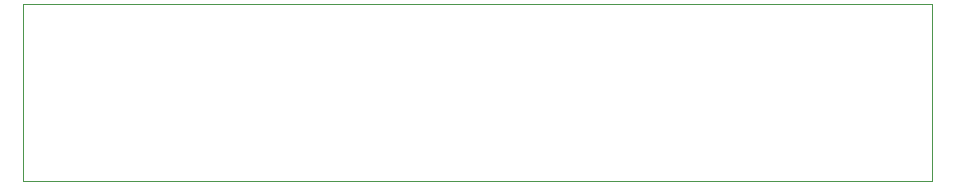
<source format=gm1>
%TF.GenerationSoftware,KiCad,Pcbnew,5.1.8-5.1.8*%
%TF.CreationDate,2022-10-01T18:22:25+01:00*%
%TF.ProjectId,ESPower,4553506f-7765-4722-9e6b-696361645f70,rev?*%
%TF.SameCoordinates,Original*%
%TF.FileFunction,Profile,NP*%
%FSLAX46Y46*%
G04 Gerber Fmt 4.6, Leading zero omitted, Abs format (unit mm)*
G04 Created by KiCad (PCBNEW 5.1.8-5.1.8) date 2022-10-01 18:22:25*
%MOMM*%
%LPD*%
G01*
G04 APERTURE LIST*
%TA.AperFunction,Profile*%
%ADD10C,0.050000*%
%TD*%
G04 APERTURE END LIST*
D10*
X81915000Y-108966000D02*
X81915000Y-93980000D01*
X158877000Y-108966000D02*
X81915000Y-108966000D01*
X158877000Y-93980000D02*
X158877000Y-108966000D01*
X81915000Y-93980000D02*
X158877000Y-93980000D01*
M02*

</source>
